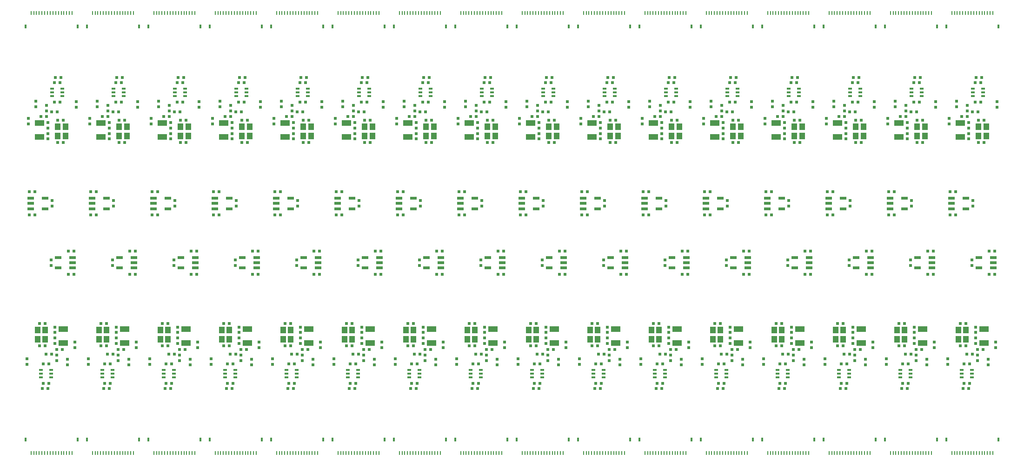
<source format=gbp>
G04 EAGLE Gerber RS-274X export*
G75*
%MOMM*%
%FSLAX34Y34*%
%LPD*%
%INSolderpaste Bottom*%
%IPPOS*%
%AMOC8*
5,1,8,0,0,1.08239X$1,22.5*%
G01*
%ADD10R,0.400000X0.800000*%
%ADD11R,0.250000X0.650000*%
%ADD12R,0.600000X0.600000*%
%ADD13R,1.100000X1.200000*%
%ADD14R,0.660000X0.300000*%
%ADD15R,1.800000X1.000000*%
%ADD16R,1.200000X0.550000*%


D10*
X5840Y32455D03*
D11*
X15840Y7455D03*
X20840Y7455D03*
D10*
X100840Y32455D03*
D11*
X25840Y7455D03*
X30840Y7455D03*
X35840Y7455D03*
X40840Y7455D03*
X45840Y7455D03*
X50840Y7455D03*
X55840Y7455D03*
X60840Y7455D03*
X65840Y7455D03*
X70840Y7455D03*
X75840Y7455D03*
X80840Y7455D03*
X85840Y7455D03*
X90840Y7455D03*
D12*
X72945Y196215D03*
X62945Y196215D03*
D13*
X27825Y214980D03*
X27825Y231980D03*
X41825Y231980D03*
X41825Y214980D03*
D12*
X31830Y243840D03*
X41830Y243840D03*
X41830Y203200D03*
X31830Y203200D03*
X82233Y168673D03*
X82233Y178673D03*
X95885Y199788D03*
X95885Y209788D03*
X38180Y134620D03*
X48180Y134620D03*
X48180Y170180D03*
X38180Y170180D03*
X8573Y179308D03*
X8573Y169308D03*
X62865Y186293D03*
X62865Y176293D03*
X53260Y188278D03*
X43260Y188278D03*
D14*
X52380Y158900D03*
X33980Y152400D03*
X33980Y145900D03*
X33980Y158900D03*
X52380Y152400D03*
X52380Y145900D03*
D15*
X74930Y208480D03*
X74930Y233480D03*
D12*
X59690Y217725D03*
X59690Y207725D03*
X59690Y227410D03*
X59690Y237410D03*
X46275Y125095D03*
X36275Y125095D03*
X52705Y359965D03*
X52705Y349965D03*
X93900Y375920D03*
X83900Y375920D03*
X83900Y333375D03*
X93900Y333375D03*
D16*
X91106Y364465D03*
X91106Y354965D03*
X91106Y345465D03*
X65104Y345465D03*
X65104Y364465D03*
D10*
X117600Y32455D03*
D11*
X127600Y7455D03*
X132600Y7455D03*
D10*
X212600Y32455D03*
D11*
X137600Y7455D03*
X142600Y7455D03*
X147600Y7455D03*
X152600Y7455D03*
X157600Y7455D03*
X162600Y7455D03*
X167600Y7455D03*
X172600Y7455D03*
X177600Y7455D03*
X182600Y7455D03*
X187600Y7455D03*
X192600Y7455D03*
X197600Y7455D03*
X202600Y7455D03*
D12*
X184705Y196215D03*
X174705Y196215D03*
D13*
X139585Y214980D03*
X139585Y231980D03*
X153585Y231980D03*
X153585Y214980D03*
D12*
X143590Y243840D03*
X153590Y243840D03*
X153590Y203200D03*
X143590Y203200D03*
X193993Y168673D03*
X193993Y178673D03*
X207645Y199788D03*
X207645Y209788D03*
X149940Y134620D03*
X159940Y134620D03*
X159940Y170180D03*
X149940Y170180D03*
X120333Y179308D03*
X120333Y169308D03*
X174625Y186293D03*
X174625Y176293D03*
X165020Y188278D03*
X155020Y188278D03*
D14*
X164140Y158900D03*
X145740Y152400D03*
X145740Y145900D03*
X145740Y158900D03*
X164140Y152400D03*
X164140Y145900D03*
D15*
X186690Y208480D03*
X186690Y233480D03*
D12*
X171450Y217725D03*
X171450Y207725D03*
X171450Y227410D03*
X171450Y237410D03*
X158035Y125095D03*
X148035Y125095D03*
X164465Y359965D03*
X164465Y349965D03*
X205660Y375920D03*
X195660Y375920D03*
X195660Y333375D03*
X205660Y333375D03*
D16*
X202866Y364465D03*
X202866Y354965D03*
X202866Y345465D03*
X176864Y345465D03*
X176864Y364465D03*
D10*
X229360Y32455D03*
D11*
X239360Y7455D03*
X244360Y7455D03*
D10*
X324360Y32455D03*
D11*
X249360Y7455D03*
X254360Y7455D03*
X259360Y7455D03*
X264360Y7455D03*
X269360Y7455D03*
X274360Y7455D03*
X279360Y7455D03*
X284360Y7455D03*
X289360Y7455D03*
X294360Y7455D03*
X299360Y7455D03*
X304360Y7455D03*
X309360Y7455D03*
X314360Y7455D03*
D12*
X296465Y196215D03*
X286465Y196215D03*
D13*
X251345Y214980D03*
X251345Y231980D03*
X265345Y231980D03*
X265345Y214980D03*
D12*
X255350Y243840D03*
X265350Y243840D03*
X265350Y203200D03*
X255350Y203200D03*
X305753Y168673D03*
X305753Y178673D03*
X319405Y199788D03*
X319405Y209788D03*
X261700Y134620D03*
X271700Y134620D03*
X271700Y170180D03*
X261700Y170180D03*
X232093Y179308D03*
X232093Y169308D03*
X286385Y186293D03*
X286385Y176293D03*
X276780Y188278D03*
X266780Y188278D03*
D14*
X275900Y158900D03*
X257500Y152400D03*
X257500Y145900D03*
X257500Y158900D03*
X275900Y152400D03*
X275900Y145900D03*
D15*
X298450Y208480D03*
X298450Y233480D03*
D12*
X283210Y217725D03*
X283210Y207725D03*
X283210Y227410D03*
X283210Y237410D03*
X269795Y125095D03*
X259795Y125095D03*
X276225Y359965D03*
X276225Y349965D03*
X317420Y375920D03*
X307420Y375920D03*
X307420Y333375D03*
X317420Y333375D03*
D16*
X314626Y364465D03*
X314626Y354965D03*
X314626Y345465D03*
X288624Y345465D03*
X288624Y364465D03*
D10*
X341120Y32455D03*
D11*
X351120Y7455D03*
X356120Y7455D03*
D10*
X436120Y32455D03*
D11*
X361120Y7455D03*
X366120Y7455D03*
X371120Y7455D03*
X376120Y7455D03*
X381120Y7455D03*
X386120Y7455D03*
X391120Y7455D03*
X396120Y7455D03*
X401120Y7455D03*
X406120Y7455D03*
X411120Y7455D03*
X416120Y7455D03*
X421120Y7455D03*
X426120Y7455D03*
D12*
X408225Y196215D03*
X398225Y196215D03*
D13*
X363105Y214980D03*
X363105Y231980D03*
X377105Y231980D03*
X377105Y214980D03*
D12*
X367110Y243840D03*
X377110Y243840D03*
X377110Y203200D03*
X367110Y203200D03*
X417513Y168673D03*
X417513Y178673D03*
X431165Y199788D03*
X431165Y209788D03*
X373460Y134620D03*
X383460Y134620D03*
X383460Y170180D03*
X373460Y170180D03*
X343853Y179308D03*
X343853Y169308D03*
X398145Y186293D03*
X398145Y176293D03*
X388540Y188278D03*
X378540Y188278D03*
D14*
X387660Y158900D03*
X369260Y152400D03*
X369260Y145900D03*
X369260Y158900D03*
X387660Y152400D03*
X387660Y145900D03*
D15*
X410210Y208480D03*
X410210Y233480D03*
D12*
X394970Y217725D03*
X394970Y207725D03*
X394970Y227410D03*
X394970Y237410D03*
X381555Y125095D03*
X371555Y125095D03*
X387985Y359965D03*
X387985Y349965D03*
X429180Y375920D03*
X419180Y375920D03*
X419180Y333375D03*
X429180Y333375D03*
D16*
X426386Y364465D03*
X426386Y354965D03*
X426386Y345465D03*
X400384Y345465D03*
X400384Y364465D03*
D10*
X452880Y32455D03*
D11*
X462880Y7455D03*
X467880Y7455D03*
D10*
X547880Y32455D03*
D11*
X472880Y7455D03*
X477880Y7455D03*
X482880Y7455D03*
X487880Y7455D03*
X492880Y7455D03*
X497880Y7455D03*
X502880Y7455D03*
X507880Y7455D03*
X512880Y7455D03*
X517880Y7455D03*
X522880Y7455D03*
X527880Y7455D03*
X532880Y7455D03*
X537880Y7455D03*
D12*
X519985Y196215D03*
X509985Y196215D03*
D13*
X474865Y214980D03*
X474865Y231980D03*
X488865Y231980D03*
X488865Y214980D03*
D12*
X478870Y243840D03*
X488870Y243840D03*
X488870Y203200D03*
X478870Y203200D03*
X529273Y168673D03*
X529273Y178673D03*
X542925Y199788D03*
X542925Y209788D03*
X485220Y134620D03*
X495220Y134620D03*
X495220Y170180D03*
X485220Y170180D03*
X455613Y179308D03*
X455613Y169308D03*
X509905Y186293D03*
X509905Y176293D03*
X500300Y188278D03*
X490300Y188278D03*
D14*
X499420Y158900D03*
X481020Y152400D03*
X481020Y145900D03*
X481020Y158900D03*
X499420Y152400D03*
X499420Y145900D03*
D15*
X521970Y208480D03*
X521970Y233480D03*
D12*
X506730Y217725D03*
X506730Y207725D03*
X506730Y227410D03*
X506730Y237410D03*
X493315Y125095D03*
X483315Y125095D03*
X499745Y359965D03*
X499745Y349965D03*
X540940Y375920D03*
X530940Y375920D03*
X530940Y333375D03*
X540940Y333375D03*
D16*
X538146Y364465D03*
X538146Y354965D03*
X538146Y345465D03*
X512144Y345465D03*
X512144Y364465D03*
D10*
X564640Y32455D03*
D11*
X574640Y7455D03*
X579640Y7455D03*
D10*
X659640Y32455D03*
D11*
X584640Y7455D03*
X589640Y7455D03*
X594640Y7455D03*
X599640Y7455D03*
X604640Y7455D03*
X609640Y7455D03*
X614640Y7455D03*
X619640Y7455D03*
X624640Y7455D03*
X629640Y7455D03*
X634640Y7455D03*
X639640Y7455D03*
X644640Y7455D03*
X649640Y7455D03*
D12*
X631745Y196215D03*
X621745Y196215D03*
D13*
X586625Y214980D03*
X586625Y231980D03*
X600625Y231980D03*
X600625Y214980D03*
D12*
X590630Y243840D03*
X600630Y243840D03*
X600630Y203200D03*
X590630Y203200D03*
X641033Y168673D03*
X641033Y178673D03*
X654685Y199788D03*
X654685Y209788D03*
X596980Y134620D03*
X606980Y134620D03*
X606980Y170180D03*
X596980Y170180D03*
X567373Y179308D03*
X567373Y169308D03*
X621665Y186293D03*
X621665Y176293D03*
X612060Y188278D03*
X602060Y188278D03*
D14*
X611180Y158900D03*
X592780Y152400D03*
X592780Y145900D03*
X592780Y158900D03*
X611180Y152400D03*
X611180Y145900D03*
D15*
X633730Y208480D03*
X633730Y233480D03*
D12*
X618490Y217725D03*
X618490Y207725D03*
X618490Y227410D03*
X618490Y237410D03*
X605075Y125095D03*
X595075Y125095D03*
X611505Y359965D03*
X611505Y349965D03*
X652700Y375920D03*
X642700Y375920D03*
X642700Y333375D03*
X652700Y333375D03*
D16*
X649906Y364465D03*
X649906Y354965D03*
X649906Y345465D03*
X623904Y345465D03*
X623904Y364465D03*
D10*
X676400Y32455D03*
D11*
X686400Y7455D03*
X691400Y7455D03*
D10*
X771400Y32455D03*
D11*
X696400Y7455D03*
X701400Y7455D03*
X706400Y7455D03*
X711400Y7455D03*
X716400Y7455D03*
X721400Y7455D03*
X726400Y7455D03*
X731400Y7455D03*
X736400Y7455D03*
X741400Y7455D03*
X746400Y7455D03*
X751400Y7455D03*
X756400Y7455D03*
X761400Y7455D03*
D12*
X743505Y196215D03*
X733505Y196215D03*
D13*
X698385Y214980D03*
X698385Y231980D03*
X712385Y231980D03*
X712385Y214980D03*
D12*
X702390Y243840D03*
X712390Y243840D03*
X712390Y203200D03*
X702390Y203200D03*
X752793Y168673D03*
X752793Y178673D03*
X766445Y199788D03*
X766445Y209788D03*
X708740Y134620D03*
X718740Y134620D03*
X718740Y170180D03*
X708740Y170180D03*
X679133Y179308D03*
X679133Y169308D03*
X733425Y186293D03*
X733425Y176293D03*
X723820Y188278D03*
X713820Y188278D03*
D14*
X722940Y158900D03*
X704540Y152400D03*
X704540Y145900D03*
X704540Y158900D03*
X722940Y152400D03*
X722940Y145900D03*
D15*
X745490Y208480D03*
X745490Y233480D03*
D12*
X730250Y217725D03*
X730250Y207725D03*
X730250Y227410D03*
X730250Y237410D03*
X716835Y125095D03*
X706835Y125095D03*
X723265Y359965D03*
X723265Y349965D03*
X764460Y375920D03*
X754460Y375920D03*
X754460Y333375D03*
X764460Y333375D03*
D16*
X761666Y364465D03*
X761666Y354965D03*
X761666Y345465D03*
X735664Y345465D03*
X735664Y364465D03*
D10*
X788160Y32455D03*
D11*
X798160Y7455D03*
X803160Y7455D03*
D10*
X883160Y32455D03*
D11*
X808160Y7455D03*
X813160Y7455D03*
X818160Y7455D03*
X823160Y7455D03*
X828160Y7455D03*
X833160Y7455D03*
X838160Y7455D03*
X843160Y7455D03*
X848160Y7455D03*
X853160Y7455D03*
X858160Y7455D03*
X863160Y7455D03*
X868160Y7455D03*
X873160Y7455D03*
D12*
X855265Y196215D03*
X845265Y196215D03*
D13*
X810145Y214980D03*
X810145Y231980D03*
X824145Y231980D03*
X824145Y214980D03*
D12*
X814150Y243840D03*
X824150Y243840D03*
X824150Y203200D03*
X814150Y203200D03*
X864553Y168673D03*
X864553Y178673D03*
X878205Y199788D03*
X878205Y209788D03*
X820500Y134620D03*
X830500Y134620D03*
X830500Y170180D03*
X820500Y170180D03*
X790893Y179308D03*
X790893Y169308D03*
X845185Y186293D03*
X845185Y176293D03*
X835580Y188278D03*
X825580Y188278D03*
D14*
X834700Y158900D03*
X816300Y152400D03*
X816300Y145900D03*
X816300Y158900D03*
X834700Y152400D03*
X834700Y145900D03*
D15*
X857250Y208480D03*
X857250Y233480D03*
D12*
X842010Y217725D03*
X842010Y207725D03*
X842010Y227410D03*
X842010Y237410D03*
X828595Y125095D03*
X818595Y125095D03*
X835025Y359965D03*
X835025Y349965D03*
X876220Y375920D03*
X866220Y375920D03*
X866220Y333375D03*
X876220Y333375D03*
D16*
X873426Y364465D03*
X873426Y354965D03*
X873426Y345465D03*
X847424Y345465D03*
X847424Y364465D03*
D10*
X899920Y32455D03*
D11*
X909920Y7455D03*
X914920Y7455D03*
D10*
X994920Y32455D03*
D11*
X919920Y7455D03*
X924920Y7455D03*
X929920Y7455D03*
X934920Y7455D03*
X939920Y7455D03*
X944920Y7455D03*
X949920Y7455D03*
X954920Y7455D03*
X959920Y7455D03*
X964920Y7455D03*
X969920Y7455D03*
X974920Y7455D03*
X979920Y7455D03*
X984920Y7455D03*
D12*
X967025Y196215D03*
X957025Y196215D03*
D13*
X921905Y214980D03*
X921905Y231980D03*
X935905Y231980D03*
X935905Y214980D03*
D12*
X925910Y243840D03*
X935910Y243840D03*
X935910Y203200D03*
X925910Y203200D03*
X976313Y168673D03*
X976313Y178673D03*
X989965Y199788D03*
X989965Y209788D03*
X932260Y134620D03*
X942260Y134620D03*
X942260Y170180D03*
X932260Y170180D03*
X902653Y179308D03*
X902653Y169308D03*
X956945Y186293D03*
X956945Y176293D03*
X947340Y188278D03*
X937340Y188278D03*
D14*
X946460Y158900D03*
X928060Y152400D03*
X928060Y145900D03*
X928060Y158900D03*
X946460Y152400D03*
X946460Y145900D03*
D15*
X969010Y208480D03*
X969010Y233480D03*
D12*
X953770Y217725D03*
X953770Y207725D03*
X953770Y227410D03*
X953770Y237410D03*
X940355Y125095D03*
X930355Y125095D03*
X946785Y359965D03*
X946785Y349965D03*
X987980Y375920D03*
X977980Y375920D03*
X977980Y333375D03*
X987980Y333375D03*
D16*
X985186Y364465D03*
X985186Y354965D03*
X985186Y345465D03*
X959184Y345465D03*
X959184Y364465D03*
D10*
X1011680Y32455D03*
D11*
X1021680Y7455D03*
X1026680Y7455D03*
D10*
X1106680Y32455D03*
D11*
X1031680Y7455D03*
X1036680Y7455D03*
X1041680Y7455D03*
X1046680Y7455D03*
X1051680Y7455D03*
X1056680Y7455D03*
X1061680Y7455D03*
X1066680Y7455D03*
X1071680Y7455D03*
X1076680Y7455D03*
X1081680Y7455D03*
X1086680Y7455D03*
X1091680Y7455D03*
X1096680Y7455D03*
D12*
X1078785Y196215D03*
X1068785Y196215D03*
D13*
X1033665Y214980D03*
X1033665Y231980D03*
X1047665Y231980D03*
X1047665Y214980D03*
D12*
X1037670Y243840D03*
X1047670Y243840D03*
X1047670Y203200D03*
X1037670Y203200D03*
X1088073Y168673D03*
X1088073Y178673D03*
X1101725Y199788D03*
X1101725Y209788D03*
X1044020Y134620D03*
X1054020Y134620D03*
X1054020Y170180D03*
X1044020Y170180D03*
X1014413Y179308D03*
X1014413Y169308D03*
X1068705Y186293D03*
X1068705Y176293D03*
X1059100Y188278D03*
X1049100Y188278D03*
D14*
X1058220Y158900D03*
X1039820Y152400D03*
X1039820Y145900D03*
X1039820Y158900D03*
X1058220Y152400D03*
X1058220Y145900D03*
D15*
X1080770Y208480D03*
X1080770Y233480D03*
D12*
X1065530Y217725D03*
X1065530Y207725D03*
X1065530Y227410D03*
X1065530Y237410D03*
X1052115Y125095D03*
X1042115Y125095D03*
X1058545Y359965D03*
X1058545Y349965D03*
X1099740Y375920D03*
X1089740Y375920D03*
X1089740Y333375D03*
X1099740Y333375D03*
D16*
X1096946Y364465D03*
X1096946Y354965D03*
X1096946Y345465D03*
X1070944Y345465D03*
X1070944Y364465D03*
D10*
X1123440Y32455D03*
D11*
X1133440Y7455D03*
X1138440Y7455D03*
D10*
X1218440Y32455D03*
D11*
X1143440Y7455D03*
X1148440Y7455D03*
X1153440Y7455D03*
X1158440Y7455D03*
X1163440Y7455D03*
X1168440Y7455D03*
X1173440Y7455D03*
X1178440Y7455D03*
X1183440Y7455D03*
X1188440Y7455D03*
X1193440Y7455D03*
X1198440Y7455D03*
X1203440Y7455D03*
X1208440Y7455D03*
D12*
X1190545Y196215D03*
X1180545Y196215D03*
D13*
X1145425Y214980D03*
X1145425Y231980D03*
X1159425Y231980D03*
X1159425Y214980D03*
D12*
X1149430Y243840D03*
X1159430Y243840D03*
X1159430Y203200D03*
X1149430Y203200D03*
X1199833Y168673D03*
X1199833Y178673D03*
X1213485Y199788D03*
X1213485Y209788D03*
X1155780Y134620D03*
X1165780Y134620D03*
X1165780Y170180D03*
X1155780Y170180D03*
X1126173Y179308D03*
X1126173Y169308D03*
X1180465Y186293D03*
X1180465Y176293D03*
X1170860Y188278D03*
X1160860Y188278D03*
D14*
X1169980Y158900D03*
X1151580Y152400D03*
X1151580Y145900D03*
X1151580Y158900D03*
X1169980Y152400D03*
X1169980Y145900D03*
D15*
X1192530Y208480D03*
X1192530Y233480D03*
D12*
X1177290Y217725D03*
X1177290Y207725D03*
X1177290Y227410D03*
X1177290Y237410D03*
X1163875Y125095D03*
X1153875Y125095D03*
X1170305Y359965D03*
X1170305Y349965D03*
X1211500Y375920D03*
X1201500Y375920D03*
X1201500Y333375D03*
X1211500Y333375D03*
D16*
X1208706Y364465D03*
X1208706Y354965D03*
X1208706Y345465D03*
X1182704Y345465D03*
X1182704Y364465D03*
D10*
X1235200Y32455D03*
D11*
X1245200Y7455D03*
X1250200Y7455D03*
D10*
X1330200Y32455D03*
D11*
X1255200Y7455D03*
X1260200Y7455D03*
X1265200Y7455D03*
X1270200Y7455D03*
X1275200Y7455D03*
X1280200Y7455D03*
X1285200Y7455D03*
X1290200Y7455D03*
X1295200Y7455D03*
X1300200Y7455D03*
X1305200Y7455D03*
X1310200Y7455D03*
X1315200Y7455D03*
X1320200Y7455D03*
D12*
X1302305Y196215D03*
X1292305Y196215D03*
D13*
X1257185Y214980D03*
X1257185Y231980D03*
X1271185Y231980D03*
X1271185Y214980D03*
D12*
X1261190Y243840D03*
X1271190Y243840D03*
X1271190Y203200D03*
X1261190Y203200D03*
X1311593Y168673D03*
X1311593Y178673D03*
X1325245Y199788D03*
X1325245Y209788D03*
X1267540Y134620D03*
X1277540Y134620D03*
X1277540Y170180D03*
X1267540Y170180D03*
X1237933Y179308D03*
X1237933Y169308D03*
X1292225Y186293D03*
X1292225Y176293D03*
X1282620Y188278D03*
X1272620Y188278D03*
D14*
X1281740Y158900D03*
X1263340Y152400D03*
X1263340Y145900D03*
X1263340Y158900D03*
X1281740Y152400D03*
X1281740Y145900D03*
D15*
X1304290Y208480D03*
X1304290Y233480D03*
D12*
X1289050Y217725D03*
X1289050Y207725D03*
X1289050Y227410D03*
X1289050Y237410D03*
X1275635Y125095D03*
X1265635Y125095D03*
X1282065Y359965D03*
X1282065Y349965D03*
X1323260Y375920D03*
X1313260Y375920D03*
X1313260Y333375D03*
X1323260Y333375D03*
D16*
X1320466Y364465D03*
X1320466Y354965D03*
X1320466Y345465D03*
X1294464Y345465D03*
X1294464Y364465D03*
D10*
X1346960Y32455D03*
D11*
X1356960Y7455D03*
X1361960Y7455D03*
D10*
X1441960Y32455D03*
D11*
X1366960Y7455D03*
X1371960Y7455D03*
X1376960Y7455D03*
X1381960Y7455D03*
X1386960Y7455D03*
X1391960Y7455D03*
X1396960Y7455D03*
X1401960Y7455D03*
X1406960Y7455D03*
X1411960Y7455D03*
X1416960Y7455D03*
X1421960Y7455D03*
X1426960Y7455D03*
X1431960Y7455D03*
D12*
X1414065Y196215D03*
X1404065Y196215D03*
D13*
X1368945Y214980D03*
X1368945Y231980D03*
X1382945Y231980D03*
X1382945Y214980D03*
D12*
X1372950Y243840D03*
X1382950Y243840D03*
X1382950Y203200D03*
X1372950Y203200D03*
X1423353Y168673D03*
X1423353Y178673D03*
X1437005Y199788D03*
X1437005Y209788D03*
X1379300Y134620D03*
X1389300Y134620D03*
X1389300Y170180D03*
X1379300Y170180D03*
X1349693Y179308D03*
X1349693Y169308D03*
X1403985Y186293D03*
X1403985Y176293D03*
X1394380Y188278D03*
X1384380Y188278D03*
D14*
X1393500Y158900D03*
X1375100Y152400D03*
X1375100Y145900D03*
X1375100Y158900D03*
X1393500Y152400D03*
X1393500Y145900D03*
D15*
X1416050Y208480D03*
X1416050Y233480D03*
D12*
X1400810Y217725D03*
X1400810Y207725D03*
X1400810Y227410D03*
X1400810Y237410D03*
X1387395Y125095D03*
X1377395Y125095D03*
X1393825Y359965D03*
X1393825Y349965D03*
X1435020Y375920D03*
X1425020Y375920D03*
X1425020Y333375D03*
X1435020Y333375D03*
D16*
X1432226Y364465D03*
X1432226Y354965D03*
X1432226Y345465D03*
X1406224Y345465D03*
X1406224Y364465D03*
D10*
X1458720Y32455D03*
D11*
X1468720Y7455D03*
X1473720Y7455D03*
D10*
X1553720Y32455D03*
D11*
X1478720Y7455D03*
X1483720Y7455D03*
X1488720Y7455D03*
X1493720Y7455D03*
X1498720Y7455D03*
X1503720Y7455D03*
X1508720Y7455D03*
X1513720Y7455D03*
X1518720Y7455D03*
X1523720Y7455D03*
X1528720Y7455D03*
X1533720Y7455D03*
X1538720Y7455D03*
X1543720Y7455D03*
D12*
X1525825Y196215D03*
X1515825Y196215D03*
D13*
X1480705Y214980D03*
X1480705Y231980D03*
X1494705Y231980D03*
X1494705Y214980D03*
D12*
X1484710Y243840D03*
X1494710Y243840D03*
X1494710Y203200D03*
X1484710Y203200D03*
X1535113Y168673D03*
X1535113Y178673D03*
X1548765Y199788D03*
X1548765Y209788D03*
X1491060Y134620D03*
X1501060Y134620D03*
X1501060Y170180D03*
X1491060Y170180D03*
X1461453Y179308D03*
X1461453Y169308D03*
X1515745Y186293D03*
X1515745Y176293D03*
X1506140Y188278D03*
X1496140Y188278D03*
D14*
X1505260Y158900D03*
X1486860Y152400D03*
X1486860Y145900D03*
X1486860Y158900D03*
X1505260Y152400D03*
X1505260Y145900D03*
D15*
X1527810Y208480D03*
X1527810Y233480D03*
D12*
X1512570Y217725D03*
X1512570Y207725D03*
X1512570Y227410D03*
X1512570Y237410D03*
X1499155Y125095D03*
X1489155Y125095D03*
X1505585Y359965D03*
X1505585Y349965D03*
X1546780Y375920D03*
X1536780Y375920D03*
X1536780Y333375D03*
X1546780Y333375D03*
D16*
X1543986Y364465D03*
X1543986Y354965D03*
X1543986Y345465D03*
X1517984Y345465D03*
X1517984Y364465D03*
D10*
X1570480Y32455D03*
D11*
X1580480Y7455D03*
X1585480Y7455D03*
D10*
X1665480Y32455D03*
D11*
X1590480Y7455D03*
X1595480Y7455D03*
X1600480Y7455D03*
X1605480Y7455D03*
X1610480Y7455D03*
X1615480Y7455D03*
X1620480Y7455D03*
X1625480Y7455D03*
X1630480Y7455D03*
X1635480Y7455D03*
X1640480Y7455D03*
X1645480Y7455D03*
X1650480Y7455D03*
X1655480Y7455D03*
D12*
X1637585Y196215D03*
X1627585Y196215D03*
D13*
X1592465Y214980D03*
X1592465Y231980D03*
X1606465Y231980D03*
X1606465Y214980D03*
D12*
X1596470Y243840D03*
X1606470Y243840D03*
X1606470Y203200D03*
X1596470Y203200D03*
X1646873Y168673D03*
X1646873Y178673D03*
X1660525Y199788D03*
X1660525Y209788D03*
X1602820Y134620D03*
X1612820Y134620D03*
X1612820Y170180D03*
X1602820Y170180D03*
X1573213Y179308D03*
X1573213Y169308D03*
X1627505Y186293D03*
X1627505Y176293D03*
X1617900Y188278D03*
X1607900Y188278D03*
D14*
X1617020Y158900D03*
X1598620Y152400D03*
X1598620Y145900D03*
X1598620Y158900D03*
X1617020Y152400D03*
X1617020Y145900D03*
D15*
X1639570Y208480D03*
X1639570Y233480D03*
D12*
X1624330Y217725D03*
X1624330Y207725D03*
X1624330Y227410D03*
X1624330Y237410D03*
X1610915Y125095D03*
X1600915Y125095D03*
X1617345Y359965D03*
X1617345Y349965D03*
X1658540Y375920D03*
X1648540Y375920D03*
X1648540Y333375D03*
X1658540Y333375D03*
D16*
X1655746Y364465D03*
X1655746Y354965D03*
X1655746Y345465D03*
X1629744Y345465D03*
X1629744Y364465D03*
D10*
X1682240Y32455D03*
D11*
X1692240Y7455D03*
X1697240Y7455D03*
D10*
X1777240Y32455D03*
D11*
X1702240Y7455D03*
X1707240Y7455D03*
X1712240Y7455D03*
X1717240Y7455D03*
X1722240Y7455D03*
X1727240Y7455D03*
X1732240Y7455D03*
X1737240Y7455D03*
X1742240Y7455D03*
X1747240Y7455D03*
X1752240Y7455D03*
X1757240Y7455D03*
X1762240Y7455D03*
X1767240Y7455D03*
D12*
X1749345Y196215D03*
X1739345Y196215D03*
D13*
X1704225Y214980D03*
X1704225Y231980D03*
X1718225Y231980D03*
X1718225Y214980D03*
D12*
X1708230Y243840D03*
X1718230Y243840D03*
X1718230Y203200D03*
X1708230Y203200D03*
X1758633Y168673D03*
X1758633Y178673D03*
X1772285Y199788D03*
X1772285Y209788D03*
X1714580Y134620D03*
X1724580Y134620D03*
X1724580Y170180D03*
X1714580Y170180D03*
X1684973Y179308D03*
X1684973Y169308D03*
X1739265Y186293D03*
X1739265Y176293D03*
X1729660Y188278D03*
X1719660Y188278D03*
D14*
X1728780Y158900D03*
X1710380Y152400D03*
X1710380Y145900D03*
X1710380Y158900D03*
X1728780Y152400D03*
X1728780Y145900D03*
D15*
X1751330Y208480D03*
X1751330Y233480D03*
D12*
X1736090Y217725D03*
X1736090Y207725D03*
X1736090Y227410D03*
X1736090Y237410D03*
X1722675Y125095D03*
X1712675Y125095D03*
X1729105Y359965D03*
X1729105Y349965D03*
X1770300Y375920D03*
X1760300Y375920D03*
X1760300Y333375D03*
X1770300Y333375D03*
D16*
X1767506Y364465D03*
X1767506Y354965D03*
X1767506Y345465D03*
X1741504Y345465D03*
X1741504Y364465D03*
D10*
X100840Y785425D03*
D11*
X90840Y810425D03*
X85840Y810425D03*
D10*
X5840Y785425D03*
D11*
X80840Y810425D03*
X75840Y810425D03*
X70840Y810425D03*
X65840Y810425D03*
X60840Y810425D03*
X55840Y810425D03*
X50840Y810425D03*
X45840Y810425D03*
X40840Y810425D03*
X35840Y810425D03*
X30840Y810425D03*
X25840Y810425D03*
X20840Y810425D03*
X15840Y810425D03*
D12*
X33735Y621665D03*
X43735Y621665D03*
D13*
X78855Y602900D03*
X78855Y585900D03*
X64855Y585900D03*
X64855Y602900D03*
D12*
X74850Y574040D03*
X64850Y574040D03*
X64850Y614680D03*
X74850Y614680D03*
X24448Y649208D03*
X24448Y639208D03*
X10795Y618093D03*
X10795Y608093D03*
X68500Y683260D03*
X58500Y683260D03*
X58500Y647700D03*
X68500Y647700D03*
X98108Y638573D03*
X98108Y648573D03*
X43815Y631588D03*
X43815Y641588D03*
X53420Y629603D03*
X63420Y629603D03*
D14*
X54300Y658980D03*
X72700Y665480D03*
X72700Y671980D03*
X72700Y658980D03*
X54300Y665480D03*
X54300Y671980D03*
D15*
X31750Y609400D03*
X31750Y584400D03*
D12*
X46990Y600155D03*
X46990Y610155D03*
X46990Y590470D03*
X46990Y580470D03*
X60405Y692785D03*
X70405Y692785D03*
X53975Y457915D03*
X53975Y467915D03*
X12780Y441960D03*
X22780Y441960D03*
X22780Y484505D03*
X12780Y484505D03*
D16*
X15574Y453415D03*
X15574Y462915D03*
X15574Y472415D03*
X41576Y472415D03*
X41576Y453415D03*
D10*
X212600Y785425D03*
D11*
X202600Y810425D03*
X197600Y810425D03*
D10*
X117600Y785425D03*
D11*
X192600Y810425D03*
X187600Y810425D03*
X182600Y810425D03*
X177600Y810425D03*
X172600Y810425D03*
X167600Y810425D03*
X162600Y810425D03*
X157600Y810425D03*
X152600Y810425D03*
X147600Y810425D03*
X142600Y810425D03*
X137600Y810425D03*
X132600Y810425D03*
X127600Y810425D03*
D12*
X145495Y621665D03*
X155495Y621665D03*
D13*
X190615Y602900D03*
X190615Y585900D03*
X176615Y585900D03*
X176615Y602900D03*
D12*
X186610Y574040D03*
X176610Y574040D03*
X176610Y614680D03*
X186610Y614680D03*
X136208Y649208D03*
X136208Y639208D03*
X122555Y618093D03*
X122555Y608093D03*
X180260Y683260D03*
X170260Y683260D03*
X170260Y647700D03*
X180260Y647700D03*
X209868Y638573D03*
X209868Y648573D03*
X155575Y631588D03*
X155575Y641588D03*
X165180Y629603D03*
X175180Y629603D03*
D14*
X166060Y658980D03*
X184460Y665480D03*
X184460Y671980D03*
X184460Y658980D03*
X166060Y665480D03*
X166060Y671980D03*
D15*
X143510Y609400D03*
X143510Y584400D03*
D12*
X158750Y600155D03*
X158750Y610155D03*
X158750Y590470D03*
X158750Y580470D03*
X172165Y692785D03*
X182165Y692785D03*
X165735Y457915D03*
X165735Y467915D03*
X124540Y441960D03*
X134540Y441960D03*
X134540Y484505D03*
X124540Y484505D03*
D16*
X127334Y453415D03*
X127334Y462915D03*
X127334Y472415D03*
X153336Y472415D03*
X153336Y453415D03*
D10*
X324360Y785425D03*
D11*
X314360Y810425D03*
X309360Y810425D03*
D10*
X229360Y785425D03*
D11*
X304360Y810425D03*
X299360Y810425D03*
X294360Y810425D03*
X289360Y810425D03*
X284360Y810425D03*
X279360Y810425D03*
X274360Y810425D03*
X269360Y810425D03*
X264360Y810425D03*
X259360Y810425D03*
X254360Y810425D03*
X249360Y810425D03*
X244360Y810425D03*
X239360Y810425D03*
D12*
X257255Y621665D03*
X267255Y621665D03*
D13*
X302375Y602900D03*
X302375Y585900D03*
X288375Y585900D03*
X288375Y602900D03*
D12*
X298370Y574040D03*
X288370Y574040D03*
X288370Y614680D03*
X298370Y614680D03*
X247968Y649208D03*
X247968Y639208D03*
X234315Y618093D03*
X234315Y608093D03*
X292020Y683260D03*
X282020Y683260D03*
X282020Y647700D03*
X292020Y647700D03*
X321628Y638573D03*
X321628Y648573D03*
X267335Y631588D03*
X267335Y641588D03*
X276940Y629603D03*
X286940Y629603D03*
D14*
X277820Y658980D03*
X296220Y665480D03*
X296220Y671980D03*
X296220Y658980D03*
X277820Y665480D03*
X277820Y671980D03*
D15*
X255270Y609400D03*
X255270Y584400D03*
D12*
X270510Y600155D03*
X270510Y610155D03*
X270510Y590470D03*
X270510Y580470D03*
X283925Y692785D03*
X293925Y692785D03*
X277495Y457915D03*
X277495Y467915D03*
X236300Y441960D03*
X246300Y441960D03*
X246300Y484505D03*
X236300Y484505D03*
D16*
X239094Y453415D03*
X239094Y462915D03*
X239094Y472415D03*
X265096Y472415D03*
X265096Y453415D03*
D10*
X436120Y785425D03*
D11*
X426120Y810425D03*
X421120Y810425D03*
D10*
X341120Y785425D03*
D11*
X416120Y810425D03*
X411120Y810425D03*
X406120Y810425D03*
X401120Y810425D03*
X396120Y810425D03*
X391120Y810425D03*
X386120Y810425D03*
X381120Y810425D03*
X376120Y810425D03*
X371120Y810425D03*
X366120Y810425D03*
X361120Y810425D03*
X356120Y810425D03*
X351120Y810425D03*
D12*
X369015Y621665D03*
X379015Y621665D03*
D13*
X414135Y602900D03*
X414135Y585900D03*
X400135Y585900D03*
X400135Y602900D03*
D12*
X410130Y574040D03*
X400130Y574040D03*
X400130Y614680D03*
X410130Y614680D03*
X359728Y649208D03*
X359728Y639208D03*
X346075Y618093D03*
X346075Y608093D03*
X403780Y683260D03*
X393780Y683260D03*
X393780Y647700D03*
X403780Y647700D03*
X433388Y638573D03*
X433388Y648573D03*
X379095Y631588D03*
X379095Y641588D03*
X388700Y629603D03*
X398700Y629603D03*
D14*
X389580Y658980D03*
X407980Y665480D03*
X407980Y671980D03*
X407980Y658980D03*
X389580Y665480D03*
X389580Y671980D03*
D15*
X367030Y609400D03*
X367030Y584400D03*
D12*
X382270Y600155D03*
X382270Y610155D03*
X382270Y590470D03*
X382270Y580470D03*
X395685Y692785D03*
X405685Y692785D03*
X389255Y457915D03*
X389255Y467915D03*
X348060Y441960D03*
X358060Y441960D03*
X358060Y484505D03*
X348060Y484505D03*
D16*
X350854Y453415D03*
X350854Y462915D03*
X350854Y472415D03*
X376856Y472415D03*
X376856Y453415D03*
D10*
X547880Y785425D03*
D11*
X537880Y810425D03*
X532880Y810425D03*
D10*
X452880Y785425D03*
D11*
X527880Y810425D03*
X522880Y810425D03*
X517880Y810425D03*
X512880Y810425D03*
X507880Y810425D03*
X502880Y810425D03*
X497880Y810425D03*
X492880Y810425D03*
X487880Y810425D03*
X482880Y810425D03*
X477880Y810425D03*
X472880Y810425D03*
X467880Y810425D03*
X462880Y810425D03*
D12*
X480775Y621665D03*
X490775Y621665D03*
D13*
X525895Y602900D03*
X525895Y585900D03*
X511895Y585900D03*
X511895Y602900D03*
D12*
X521890Y574040D03*
X511890Y574040D03*
X511890Y614680D03*
X521890Y614680D03*
X471488Y649208D03*
X471488Y639208D03*
X457835Y618093D03*
X457835Y608093D03*
X515540Y683260D03*
X505540Y683260D03*
X505540Y647700D03*
X515540Y647700D03*
X545148Y638573D03*
X545148Y648573D03*
X490855Y631588D03*
X490855Y641588D03*
X500460Y629603D03*
X510460Y629603D03*
D14*
X501340Y658980D03*
X519740Y665480D03*
X519740Y671980D03*
X519740Y658980D03*
X501340Y665480D03*
X501340Y671980D03*
D15*
X478790Y609400D03*
X478790Y584400D03*
D12*
X494030Y600155D03*
X494030Y610155D03*
X494030Y590470D03*
X494030Y580470D03*
X507445Y692785D03*
X517445Y692785D03*
X501015Y457915D03*
X501015Y467915D03*
X459820Y441960D03*
X469820Y441960D03*
X469820Y484505D03*
X459820Y484505D03*
D16*
X462614Y453415D03*
X462614Y462915D03*
X462614Y472415D03*
X488616Y472415D03*
X488616Y453415D03*
D10*
X659640Y785425D03*
D11*
X649640Y810425D03*
X644640Y810425D03*
D10*
X564640Y785425D03*
D11*
X639640Y810425D03*
X634640Y810425D03*
X629640Y810425D03*
X624640Y810425D03*
X619640Y810425D03*
X614640Y810425D03*
X609640Y810425D03*
X604640Y810425D03*
X599640Y810425D03*
X594640Y810425D03*
X589640Y810425D03*
X584640Y810425D03*
X579640Y810425D03*
X574640Y810425D03*
D12*
X592535Y621665D03*
X602535Y621665D03*
D13*
X637655Y602900D03*
X637655Y585900D03*
X623655Y585900D03*
X623655Y602900D03*
D12*
X633650Y574040D03*
X623650Y574040D03*
X623650Y614680D03*
X633650Y614680D03*
X583248Y649208D03*
X583248Y639208D03*
X569595Y618093D03*
X569595Y608093D03*
X627300Y683260D03*
X617300Y683260D03*
X617300Y647700D03*
X627300Y647700D03*
X656908Y638573D03*
X656908Y648573D03*
X602615Y631588D03*
X602615Y641588D03*
X612220Y629603D03*
X622220Y629603D03*
D14*
X613100Y658980D03*
X631500Y665480D03*
X631500Y671980D03*
X631500Y658980D03*
X613100Y665480D03*
X613100Y671980D03*
D15*
X590550Y609400D03*
X590550Y584400D03*
D12*
X605790Y600155D03*
X605790Y610155D03*
X605790Y590470D03*
X605790Y580470D03*
X619205Y692785D03*
X629205Y692785D03*
X612775Y457915D03*
X612775Y467915D03*
X571580Y441960D03*
X581580Y441960D03*
X581580Y484505D03*
X571580Y484505D03*
D16*
X574374Y453415D03*
X574374Y462915D03*
X574374Y472415D03*
X600376Y472415D03*
X600376Y453415D03*
D10*
X771400Y785425D03*
D11*
X761400Y810425D03*
X756400Y810425D03*
D10*
X676400Y785425D03*
D11*
X751400Y810425D03*
X746400Y810425D03*
X741400Y810425D03*
X736400Y810425D03*
X731400Y810425D03*
X726400Y810425D03*
X721400Y810425D03*
X716400Y810425D03*
X711400Y810425D03*
X706400Y810425D03*
X701400Y810425D03*
X696400Y810425D03*
X691400Y810425D03*
X686400Y810425D03*
D12*
X704295Y621665D03*
X714295Y621665D03*
D13*
X749415Y602900D03*
X749415Y585900D03*
X735415Y585900D03*
X735415Y602900D03*
D12*
X745410Y574040D03*
X735410Y574040D03*
X735410Y614680D03*
X745410Y614680D03*
X695008Y649208D03*
X695008Y639208D03*
X681355Y618093D03*
X681355Y608093D03*
X739060Y683260D03*
X729060Y683260D03*
X729060Y647700D03*
X739060Y647700D03*
X768668Y638573D03*
X768668Y648573D03*
X714375Y631588D03*
X714375Y641588D03*
X723980Y629603D03*
X733980Y629603D03*
D14*
X724860Y658980D03*
X743260Y665480D03*
X743260Y671980D03*
X743260Y658980D03*
X724860Y665480D03*
X724860Y671980D03*
D15*
X702310Y609400D03*
X702310Y584400D03*
D12*
X717550Y600155D03*
X717550Y610155D03*
X717550Y590470D03*
X717550Y580470D03*
X730965Y692785D03*
X740965Y692785D03*
X724535Y457915D03*
X724535Y467915D03*
X683340Y441960D03*
X693340Y441960D03*
X693340Y484505D03*
X683340Y484505D03*
D16*
X686134Y453415D03*
X686134Y462915D03*
X686134Y472415D03*
X712136Y472415D03*
X712136Y453415D03*
D10*
X883160Y785425D03*
D11*
X873160Y810425D03*
X868160Y810425D03*
D10*
X788160Y785425D03*
D11*
X863160Y810425D03*
X858160Y810425D03*
X853160Y810425D03*
X848160Y810425D03*
X843160Y810425D03*
X838160Y810425D03*
X833160Y810425D03*
X828160Y810425D03*
X823160Y810425D03*
X818160Y810425D03*
X813160Y810425D03*
X808160Y810425D03*
X803160Y810425D03*
X798160Y810425D03*
D12*
X816055Y621665D03*
X826055Y621665D03*
D13*
X861175Y602900D03*
X861175Y585900D03*
X847175Y585900D03*
X847175Y602900D03*
D12*
X857170Y574040D03*
X847170Y574040D03*
X847170Y614680D03*
X857170Y614680D03*
X806768Y649208D03*
X806768Y639208D03*
X793115Y618093D03*
X793115Y608093D03*
X850820Y683260D03*
X840820Y683260D03*
X840820Y647700D03*
X850820Y647700D03*
X880428Y638573D03*
X880428Y648573D03*
X826135Y631588D03*
X826135Y641588D03*
X835740Y629603D03*
X845740Y629603D03*
D14*
X836620Y658980D03*
X855020Y665480D03*
X855020Y671980D03*
X855020Y658980D03*
X836620Y665480D03*
X836620Y671980D03*
D15*
X814070Y609400D03*
X814070Y584400D03*
D12*
X829310Y600155D03*
X829310Y610155D03*
X829310Y590470D03*
X829310Y580470D03*
X842725Y692785D03*
X852725Y692785D03*
X836295Y457915D03*
X836295Y467915D03*
X795100Y441960D03*
X805100Y441960D03*
X805100Y484505D03*
X795100Y484505D03*
D16*
X797894Y453415D03*
X797894Y462915D03*
X797894Y472415D03*
X823896Y472415D03*
X823896Y453415D03*
D10*
X994920Y785425D03*
D11*
X984920Y810425D03*
X979920Y810425D03*
D10*
X899920Y785425D03*
D11*
X974920Y810425D03*
X969920Y810425D03*
X964920Y810425D03*
X959920Y810425D03*
X954920Y810425D03*
X949920Y810425D03*
X944920Y810425D03*
X939920Y810425D03*
X934920Y810425D03*
X929920Y810425D03*
X924920Y810425D03*
X919920Y810425D03*
X914920Y810425D03*
X909920Y810425D03*
D12*
X927815Y621665D03*
X937815Y621665D03*
D13*
X972935Y602900D03*
X972935Y585900D03*
X958935Y585900D03*
X958935Y602900D03*
D12*
X968930Y574040D03*
X958930Y574040D03*
X958930Y614680D03*
X968930Y614680D03*
X918528Y649208D03*
X918528Y639208D03*
X904875Y618093D03*
X904875Y608093D03*
X962580Y683260D03*
X952580Y683260D03*
X952580Y647700D03*
X962580Y647700D03*
X992188Y638573D03*
X992188Y648573D03*
X937895Y631588D03*
X937895Y641588D03*
X947500Y629603D03*
X957500Y629603D03*
D14*
X948380Y658980D03*
X966780Y665480D03*
X966780Y671980D03*
X966780Y658980D03*
X948380Y665480D03*
X948380Y671980D03*
D15*
X925830Y609400D03*
X925830Y584400D03*
D12*
X941070Y600155D03*
X941070Y610155D03*
X941070Y590470D03*
X941070Y580470D03*
X954485Y692785D03*
X964485Y692785D03*
X948055Y457915D03*
X948055Y467915D03*
X906860Y441960D03*
X916860Y441960D03*
X916860Y484505D03*
X906860Y484505D03*
D16*
X909654Y453415D03*
X909654Y462915D03*
X909654Y472415D03*
X935656Y472415D03*
X935656Y453415D03*
D10*
X1106680Y785425D03*
D11*
X1096680Y810425D03*
X1091680Y810425D03*
D10*
X1011680Y785425D03*
D11*
X1086680Y810425D03*
X1081680Y810425D03*
X1076680Y810425D03*
X1071680Y810425D03*
X1066680Y810425D03*
X1061680Y810425D03*
X1056680Y810425D03*
X1051680Y810425D03*
X1046680Y810425D03*
X1041680Y810425D03*
X1036680Y810425D03*
X1031680Y810425D03*
X1026680Y810425D03*
X1021680Y810425D03*
D12*
X1039575Y621665D03*
X1049575Y621665D03*
D13*
X1084695Y602900D03*
X1084695Y585900D03*
X1070695Y585900D03*
X1070695Y602900D03*
D12*
X1080690Y574040D03*
X1070690Y574040D03*
X1070690Y614680D03*
X1080690Y614680D03*
X1030288Y649208D03*
X1030288Y639208D03*
X1016635Y618093D03*
X1016635Y608093D03*
X1074340Y683260D03*
X1064340Y683260D03*
X1064340Y647700D03*
X1074340Y647700D03*
X1103948Y638573D03*
X1103948Y648573D03*
X1049655Y631588D03*
X1049655Y641588D03*
X1059260Y629603D03*
X1069260Y629603D03*
D14*
X1060140Y658980D03*
X1078540Y665480D03*
X1078540Y671980D03*
X1078540Y658980D03*
X1060140Y665480D03*
X1060140Y671980D03*
D15*
X1037590Y609400D03*
X1037590Y584400D03*
D12*
X1052830Y600155D03*
X1052830Y610155D03*
X1052830Y590470D03*
X1052830Y580470D03*
X1066245Y692785D03*
X1076245Y692785D03*
X1059815Y457915D03*
X1059815Y467915D03*
X1018620Y441960D03*
X1028620Y441960D03*
X1028620Y484505D03*
X1018620Y484505D03*
D16*
X1021414Y453415D03*
X1021414Y462915D03*
X1021414Y472415D03*
X1047416Y472415D03*
X1047416Y453415D03*
D10*
X1218440Y785425D03*
D11*
X1208440Y810425D03*
X1203440Y810425D03*
D10*
X1123440Y785425D03*
D11*
X1198440Y810425D03*
X1193440Y810425D03*
X1188440Y810425D03*
X1183440Y810425D03*
X1178440Y810425D03*
X1173440Y810425D03*
X1168440Y810425D03*
X1163440Y810425D03*
X1158440Y810425D03*
X1153440Y810425D03*
X1148440Y810425D03*
X1143440Y810425D03*
X1138440Y810425D03*
X1133440Y810425D03*
D12*
X1151335Y621665D03*
X1161335Y621665D03*
D13*
X1196455Y602900D03*
X1196455Y585900D03*
X1182455Y585900D03*
X1182455Y602900D03*
D12*
X1192450Y574040D03*
X1182450Y574040D03*
X1182450Y614680D03*
X1192450Y614680D03*
X1142048Y649208D03*
X1142048Y639208D03*
X1128395Y618093D03*
X1128395Y608093D03*
X1186100Y683260D03*
X1176100Y683260D03*
X1176100Y647700D03*
X1186100Y647700D03*
X1215708Y638573D03*
X1215708Y648573D03*
X1161415Y631588D03*
X1161415Y641588D03*
X1171020Y629603D03*
X1181020Y629603D03*
D14*
X1171900Y658980D03*
X1190300Y665480D03*
X1190300Y671980D03*
X1190300Y658980D03*
X1171900Y665480D03*
X1171900Y671980D03*
D15*
X1149350Y609400D03*
X1149350Y584400D03*
D12*
X1164590Y600155D03*
X1164590Y610155D03*
X1164590Y590470D03*
X1164590Y580470D03*
X1178005Y692785D03*
X1188005Y692785D03*
X1171575Y457915D03*
X1171575Y467915D03*
X1130380Y441960D03*
X1140380Y441960D03*
X1140380Y484505D03*
X1130380Y484505D03*
D16*
X1133174Y453415D03*
X1133174Y462915D03*
X1133174Y472415D03*
X1159176Y472415D03*
X1159176Y453415D03*
D10*
X1330200Y785425D03*
D11*
X1320200Y810425D03*
X1315200Y810425D03*
D10*
X1235200Y785425D03*
D11*
X1310200Y810425D03*
X1305200Y810425D03*
X1300200Y810425D03*
X1295200Y810425D03*
X1290200Y810425D03*
X1285200Y810425D03*
X1280200Y810425D03*
X1275200Y810425D03*
X1270200Y810425D03*
X1265200Y810425D03*
X1260200Y810425D03*
X1255200Y810425D03*
X1250200Y810425D03*
X1245200Y810425D03*
D12*
X1263095Y621665D03*
X1273095Y621665D03*
D13*
X1308215Y602900D03*
X1308215Y585900D03*
X1294215Y585900D03*
X1294215Y602900D03*
D12*
X1304210Y574040D03*
X1294210Y574040D03*
X1294210Y614680D03*
X1304210Y614680D03*
X1253808Y649208D03*
X1253808Y639208D03*
X1240155Y618093D03*
X1240155Y608093D03*
X1297860Y683260D03*
X1287860Y683260D03*
X1287860Y647700D03*
X1297860Y647700D03*
X1327468Y638573D03*
X1327468Y648573D03*
X1273175Y631588D03*
X1273175Y641588D03*
X1282780Y629603D03*
X1292780Y629603D03*
D14*
X1283660Y658980D03*
X1302060Y665480D03*
X1302060Y671980D03*
X1302060Y658980D03*
X1283660Y665480D03*
X1283660Y671980D03*
D15*
X1261110Y609400D03*
X1261110Y584400D03*
D12*
X1276350Y600155D03*
X1276350Y610155D03*
X1276350Y590470D03*
X1276350Y580470D03*
X1289765Y692785D03*
X1299765Y692785D03*
X1283335Y457915D03*
X1283335Y467915D03*
X1242140Y441960D03*
X1252140Y441960D03*
X1252140Y484505D03*
X1242140Y484505D03*
D16*
X1244934Y453415D03*
X1244934Y462915D03*
X1244934Y472415D03*
X1270936Y472415D03*
X1270936Y453415D03*
D10*
X1441960Y785425D03*
D11*
X1431960Y810425D03*
X1426960Y810425D03*
D10*
X1346960Y785425D03*
D11*
X1421960Y810425D03*
X1416960Y810425D03*
X1411960Y810425D03*
X1406960Y810425D03*
X1401960Y810425D03*
X1396960Y810425D03*
X1391960Y810425D03*
X1386960Y810425D03*
X1381960Y810425D03*
X1376960Y810425D03*
X1371960Y810425D03*
X1366960Y810425D03*
X1361960Y810425D03*
X1356960Y810425D03*
D12*
X1374855Y621665D03*
X1384855Y621665D03*
D13*
X1419975Y602900D03*
X1419975Y585900D03*
X1405975Y585900D03*
X1405975Y602900D03*
D12*
X1415970Y574040D03*
X1405970Y574040D03*
X1405970Y614680D03*
X1415970Y614680D03*
X1365568Y649208D03*
X1365568Y639208D03*
X1351915Y618093D03*
X1351915Y608093D03*
X1409620Y683260D03*
X1399620Y683260D03*
X1399620Y647700D03*
X1409620Y647700D03*
X1439228Y638573D03*
X1439228Y648573D03*
X1384935Y631588D03*
X1384935Y641588D03*
X1394540Y629603D03*
X1404540Y629603D03*
D14*
X1395420Y658980D03*
X1413820Y665480D03*
X1413820Y671980D03*
X1413820Y658980D03*
X1395420Y665480D03*
X1395420Y671980D03*
D15*
X1372870Y609400D03*
X1372870Y584400D03*
D12*
X1388110Y600155D03*
X1388110Y610155D03*
X1388110Y590470D03*
X1388110Y580470D03*
X1401525Y692785D03*
X1411525Y692785D03*
X1395095Y457915D03*
X1395095Y467915D03*
X1353900Y441960D03*
X1363900Y441960D03*
X1363900Y484505D03*
X1353900Y484505D03*
D16*
X1356694Y453415D03*
X1356694Y462915D03*
X1356694Y472415D03*
X1382696Y472415D03*
X1382696Y453415D03*
D10*
X1553720Y785425D03*
D11*
X1543720Y810425D03*
X1538720Y810425D03*
D10*
X1458720Y785425D03*
D11*
X1533720Y810425D03*
X1528720Y810425D03*
X1523720Y810425D03*
X1518720Y810425D03*
X1513720Y810425D03*
X1508720Y810425D03*
X1503720Y810425D03*
X1498720Y810425D03*
X1493720Y810425D03*
X1488720Y810425D03*
X1483720Y810425D03*
X1478720Y810425D03*
X1473720Y810425D03*
X1468720Y810425D03*
D12*
X1486615Y621665D03*
X1496615Y621665D03*
D13*
X1531735Y602900D03*
X1531735Y585900D03*
X1517735Y585900D03*
X1517735Y602900D03*
D12*
X1527730Y574040D03*
X1517730Y574040D03*
X1517730Y614680D03*
X1527730Y614680D03*
X1477328Y649208D03*
X1477328Y639208D03*
X1463675Y618093D03*
X1463675Y608093D03*
X1521380Y683260D03*
X1511380Y683260D03*
X1511380Y647700D03*
X1521380Y647700D03*
X1550988Y638573D03*
X1550988Y648573D03*
X1496695Y631588D03*
X1496695Y641588D03*
X1506300Y629603D03*
X1516300Y629603D03*
D14*
X1507180Y658980D03*
X1525580Y665480D03*
X1525580Y671980D03*
X1525580Y658980D03*
X1507180Y665480D03*
X1507180Y671980D03*
D15*
X1484630Y609400D03*
X1484630Y584400D03*
D12*
X1499870Y600155D03*
X1499870Y610155D03*
X1499870Y590470D03*
X1499870Y580470D03*
X1513285Y692785D03*
X1523285Y692785D03*
X1506855Y457915D03*
X1506855Y467915D03*
X1465660Y441960D03*
X1475660Y441960D03*
X1475660Y484505D03*
X1465660Y484505D03*
D16*
X1468454Y453415D03*
X1468454Y462915D03*
X1468454Y472415D03*
X1494456Y472415D03*
X1494456Y453415D03*
D10*
X1665480Y785425D03*
D11*
X1655480Y810425D03*
X1650480Y810425D03*
D10*
X1570480Y785425D03*
D11*
X1645480Y810425D03*
X1640480Y810425D03*
X1635480Y810425D03*
X1630480Y810425D03*
X1625480Y810425D03*
X1620480Y810425D03*
X1615480Y810425D03*
X1610480Y810425D03*
X1605480Y810425D03*
X1600480Y810425D03*
X1595480Y810425D03*
X1590480Y810425D03*
X1585480Y810425D03*
X1580480Y810425D03*
D12*
X1598375Y621665D03*
X1608375Y621665D03*
D13*
X1643495Y602900D03*
X1643495Y585900D03*
X1629495Y585900D03*
X1629495Y602900D03*
D12*
X1639490Y574040D03*
X1629490Y574040D03*
X1629490Y614680D03*
X1639490Y614680D03*
X1589088Y649208D03*
X1589088Y639208D03*
X1575435Y618093D03*
X1575435Y608093D03*
X1633140Y683260D03*
X1623140Y683260D03*
X1623140Y647700D03*
X1633140Y647700D03*
X1662748Y638573D03*
X1662748Y648573D03*
X1608455Y631588D03*
X1608455Y641588D03*
X1618060Y629603D03*
X1628060Y629603D03*
D14*
X1618940Y658980D03*
X1637340Y665480D03*
X1637340Y671980D03*
X1637340Y658980D03*
X1618940Y665480D03*
X1618940Y671980D03*
D15*
X1596390Y609400D03*
X1596390Y584400D03*
D12*
X1611630Y600155D03*
X1611630Y610155D03*
X1611630Y590470D03*
X1611630Y580470D03*
X1625045Y692785D03*
X1635045Y692785D03*
X1618615Y457915D03*
X1618615Y467915D03*
X1577420Y441960D03*
X1587420Y441960D03*
X1587420Y484505D03*
X1577420Y484505D03*
D16*
X1580214Y453415D03*
X1580214Y462915D03*
X1580214Y472415D03*
X1606216Y472415D03*
X1606216Y453415D03*
D10*
X1777240Y785425D03*
D11*
X1767240Y810425D03*
X1762240Y810425D03*
D10*
X1682240Y785425D03*
D11*
X1757240Y810425D03*
X1752240Y810425D03*
X1747240Y810425D03*
X1742240Y810425D03*
X1737240Y810425D03*
X1732240Y810425D03*
X1727240Y810425D03*
X1722240Y810425D03*
X1717240Y810425D03*
X1712240Y810425D03*
X1707240Y810425D03*
X1702240Y810425D03*
X1697240Y810425D03*
X1692240Y810425D03*
D12*
X1710135Y621665D03*
X1720135Y621665D03*
D13*
X1755255Y602900D03*
X1755255Y585900D03*
X1741255Y585900D03*
X1741255Y602900D03*
D12*
X1751250Y574040D03*
X1741250Y574040D03*
X1741250Y614680D03*
X1751250Y614680D03*
X1700848Y649208D03*
X1700848Y639208D03*
X1687195Y618093D03*
X1687195Y608093D03*
X1744900Y683260D03*
X1734900Y683260D03*
X1734900Y647700D03*
X1744900Y647700D03*
X1774508Y638573D03*
X1774508Y648573D03*
X1720215Y631588D03*
X1720215Y641588D03*
X1729820Y629603D03*
X1739820Y629603D03*
D14*
X1730700Y658980D03*
X1749100Y665480D03*
X1749100Y671980D03*
X1749100Y658980D03*
X1730700Y665480D03*
X1730700Y671980D03*
D15*
X1708150Y609400D03*
X1708150Y584400D03*
D12*
X1723390Y600155D03*
X1723390Y610155D03*
X1723390Y590470D03*
X1723390Y580470D03*
X1736805Y692785D03*
X1746805Y692785D03*
X1730375Y457915D03*
X1730375Y467915D03*
X1689180Y441960D03*
X1699180Y441960D03*
X1699180Y484505D03*
X1689180Y484505D03*
D16*
X1691974Y453415D03*
X1691974Y462915D03*
X1691974Y472415D03*
X1717976Y472415D03*
X1717976Y453415D03*
M02*

</source>
